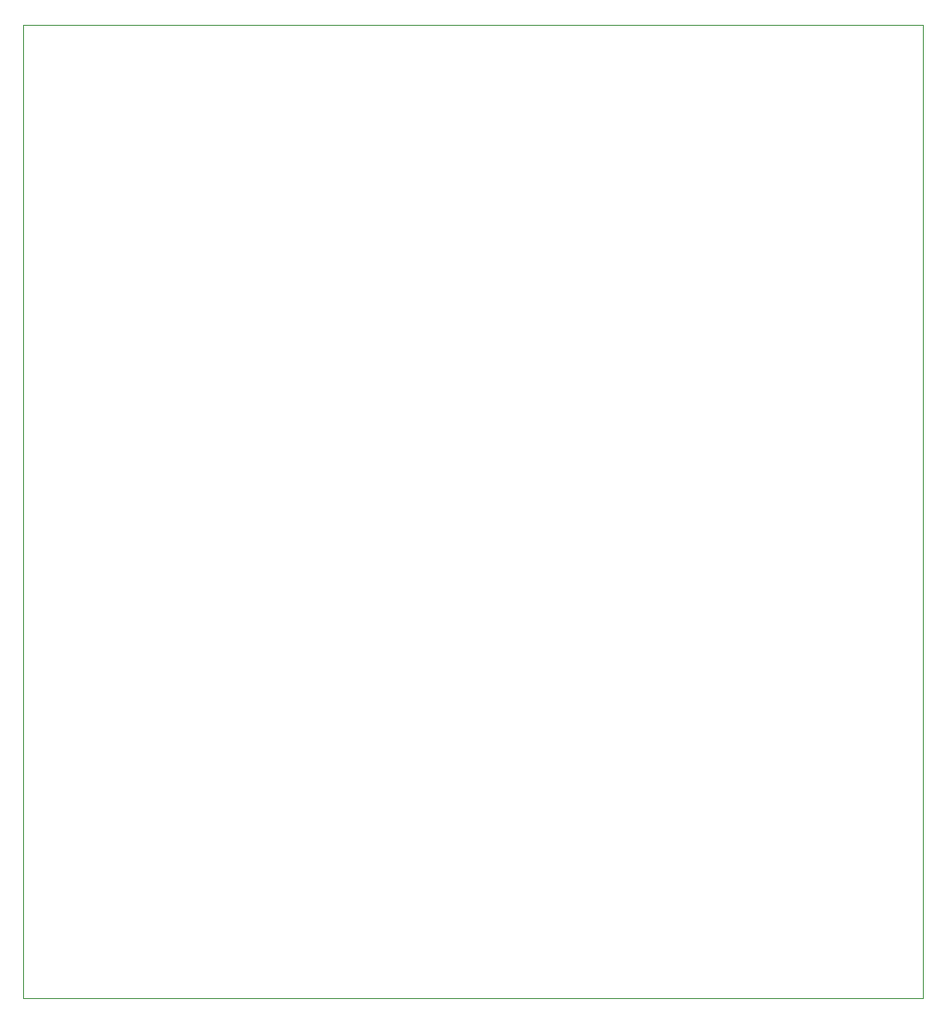
<source format=gbr>
%TF.GenerationSoftware,KiCad,Pcbnew,7.0.10*%
%TF.CreationDate,2024-11-13T09:03:05+00:00*%
%TF.ProjectId,CellularAutomaton-R,43656c6c-756c-4617-9241-75746f6d6174,rev?*%
%TF.SameCoordinates,Original*%
%TF.FileFunction,Profile,NP*%
%FSLAX46Y46*%
G04 Gerber Fmt 4.6, Leading zero omitted, Abs format (unit mm)*
G04 Created by KiCad (PCBNEW 7.0.10) date 2024-11-13 09:03:05*
%MOMM*%
%LPD*%
G01*
G04 APERTURE LIST*
%TA.AperFunction,Profile*%
%ADD10C,0.100000*%
%TD*%
G04 APERTURE END LIST*
D10*
X112395000Y-47625000D02*
X198120000Y-47625000D01*
X198120000Y-140335000D01*
X112395000Y-140335000D01*
X112395000Y-47625000D01*
M02*

</source>
